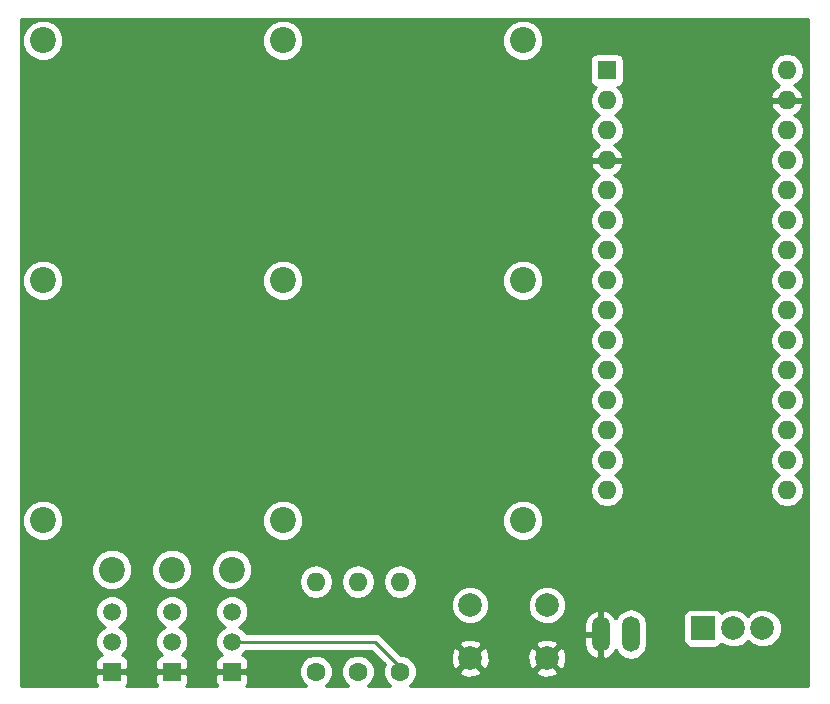
<source format=gbr>
G04 #@! TF.FileFunction,Copper,L2,Bot,Signal*
%FSLAX46Y46*%
G04 Gerber Fmt 4.6, Leading zero omitted, Abs format (unit mm)*
G04 Created by KiCad (PCBNEW 4.0.7) date 01/30/18 23:23:01*
%MOMM*%
%LPD*%
G01*
G04 APERTURE LIST*
%ADD10C,0.100000*%
%ADD11R,1.600000X1.600000*%
%ADD12O,1.600000X1.600000*%
%ADD13O,1.510000X3.010000*%
%ADD14C,1.520000*%
%ADD15R,1.520000X1.520000*%
%ADD16C,1.600000*%
%ADD17C,2.200000*%
%ADD18R,2.000000X2.000000*%
%ADD19C,2.000000*%
%ADD20C,0.250000*%
%ADD21C,0.254000*%
G04 APERTURE END LIST*
D10*
D11*
X70612000Y-27432000D03*
D12*
X85852000Y-60452000D03*
X70612000Y-29972000D03*
X85852000Y-57912000D03*
X70612000Y-32512000D03*
X85852000Y-55372000D03*
X70612000Y-35052000D03*
X85852000Y-52832000D03*
X70612000Y-37592000D03*
X85852000Y-50292000D03*
X70612000Y-40132000D03*
X85852000Y-47752000D03*
X70612000Y-42672000D03*
X85852000Y-45212000D03*
X70612000Y-45212000D03*
X85852000Y-42672000D03*
X70612000Y-47752000D03*
X85852000Y-40132000D03*
X70612000Y-50292000D03*
X85852000Y-37592000D03*
X70612000Y-52832000D03*
X85852000Y-35052000D03*
X70612000Y-55372000D03*
X85852000Y-32512000D03*
X70612000Y-57912000D03*
X85852000Y-29972000D03*
X70612000Y-60452000D03*
X85852000Y-27432000D03*
X70612000Y-62992000D03*
X85852000Y-62992000D03*
D13*
X72644000Y-75184000D03*
X70104000Y-75184000D03*
D14*
X38862000Y-75819000D03*
X38862000Y-73279000D03*
D15*
X38862000Y-78359000D03*
D14*
X33782000Y-75819000D03*
X33782000Y-73279000D03*
D15*
X33782000Y-78359000D03*
D14*
X28702000Y-75819000D03*
X28702000Y-73279000D03*
D15*
X28702000Y-78359000D03*
D16*
X53086000Y-78359000D03*
D12*
X53086000Y-70739000D03*
D16*
X49530000Y-78359000D03*
D12*
X49530000Y-70739000D03*
D16*
X45974000Y-78359000D03*
D12*
X45974000Y-70739000D03*
D17*
X22860000Y-24892000D03*
X43180000Y-24892000D03*
X63500000Y-24892000D03*
X22860000Y-45212000D03*
X43180000Y-45212000D03*
X63500000Y-45212000D03*
X22860000Y-65532000D03*
X43180000Y-65532000D03*
X63500000Y-65532000D03*
X38862000Y-69723000D03*
X33782000Y-69723000D03*
X28702000Y-69723000D03*
D18*
X78740000Y-74676000D03*
D19*
X81280000Y-74676000D03*
X83780000Y-74676000D03*
X65532000Y-72716000D03*
X65532000Y-77216000D03*
X59032000Y-72716000D03*
X59032000Y-77216000D03*
D20*
X53086000Y-78359000D02*
X53086000Y-77927200D01*
X53086000Y-77927200D02*
X50977800Y-75819000D01*
X50977800Y-75819000D02*
X38862000Y-75819000D01*
D21*
G36*
X87682000Y-79554000D02*
X53920082Y-79554000D01*
X54301824Y-79172923D01*
X54520750Y-78645691D01*
X54520991Y-78368532D01*
X58059073Y-78368532D01*
X58157736Y-78635387D01*
X58767461Y-78861908D01*
X59417460Y-78837856D01*
X59906264Y-78635387D01*
X60004927Y-78368532D01*
X64559073Y-78368532D01*
X64657736Y-78635387D01*
X65267461Y-78861908D01*
X65917460Y-78837856D01*
X66406264Y-78635387D01*
X66504927Y-78368532D01*
X65532000Y-77395605D01*
X64559073Y-78368532D01*
X60004927Y-78368532D01*
X59032000Y-77395605D01*
X58059073Y-78368532D01*
X54520991Y-78368532D01*
X54521248Y-78074813D01*
X54303243Y-77547200D01*
X53899923Y-77143176D01*
X53438223Y-76951461D01*
X57386092Y-76951461D01*
X57410144Y-77601460D01*
X57612613Y-78090264D01*
X57879468Y-78188927D01*
X58852395Y-77216000D01*
X59211605Y-77216000D01*
X60184532Y-78188927D01*
X60451387Y-78090264D01*
X60677908Y-77480539D01*
X60658331Y-76951461D01*
X63886092Y-76951461D01*
X63910144Y-77601460D01*
X64112613Y-78090264D01*
X64379468Y-78188927D01*
X65352395Y-77216000D01*
X65711605Y-77216000D01*
X66684532Y-78188927D01*
X66951387Y-78090264D01*
X67177908Y-77480539D01*
X67153856Y-76830540D01*
X66951387Y-76341736D01*
X66684532Y-76243073D01*
X65711605Y-77216000D01*
X65352395Y-77216000D01*
X64379468Y-76243073D01*
X64112613Y-76341736D01*
X63886092Y-76951461D01*
X60658331Y-76951461D01*
X60653856Y-76830540D01*
X60451387Y-76341736D01*
X60184532Y-76243073D01*
X59211605Y-77216000D01*
X58852395Y-77216000D01*
X57879468Y-76243073D01*
X57612613Y-76341736D01*
X57386092Y-76951461D01*
X53438223Y-76951461D01*
X53372691Y-76924250D01*
X53157664Y-76924062D01*
X52297070Y-76063468D01*
X58059073Y-76063468D01*
X59032000Y-77036395D01*
X60004927Y-76063468D01*
X64559073Y-76063468D01*
X65532000Y-77036395D01*
X66504927Y-76063468D01*
X66406264Y-75796613D01*
X65796539Y-75570092D01*
X65146540Y-75594144D01*
X64657736Y-75796613D01*
X64559073Y-76063468D01*
X60004927Y-76063468D01*
X59906264Y-75796613D01*
X59296539Y-75570092D01*
X58646540Y-75594144D01*
X58157736Y-75796613D01*
X58059073Y-76063468D01*
X52297070Y-76063468D01*
X51544602Y-75311000D01*
X68714000Y-75311000D01*
X68714000Y-76061000D01*
X68868408Y-76583263D01*
X69210924Y-77006681D01*
X69689403Y-77266793D01*
X69762029Y-77281277D01*
X69977000Y-77158683D01*
X69977000Y-75311000D01*
X68714000Y-75311000D01*
X51544602Y-75311000D01*
X51515201Y-75281599D01*
X51268639Y-75116852D01*
X50977800Y-75059000D01*
X40057367Y-75059000D01*
X40045313Y-75029828D01*
X39653236Y-74637066D01*
X39441262Y-74549046D01*
X39651172Y-74462313D01*
X40043934Y-74070236D01*
X40256758Y-73557700D01*
X40257209Y-73039795D01*
X57396716Y-73039795D01*
X57645106Y-73640943D01*
X58104637Y-74101278D01*
X58705352Y-74350716D01*
X59355795Y-74351284D01*
X59956943Y-74102894D01*
X60417278Y-73643363D01*
X60666716Y-73042648D01*
X60666718Y-73039795D01*
X63896716Y-73039795D01*
X64145106Y-73640943D01*
X64604637Y-74101278D01*
X65205352Y-74350716D01*
X65855795Y-74351284D01*
X65962970Y-74307000D01*
X68714000Y-74307000D01*
X68714000Y-75057000D01*
X69977000Y-75057000D01*
X69977000Y-73209317D01*
X70231000Y-73209317D01*
X70231000Y-75057000D01*
X70251000Y-75057000D01*
X70251000Y-75311000D01*
X70231000Y-75311000D01*
X70231000Y-77158683D01*
X70445971Y-77281277D01*
X70518597Y-77266793D01*
X70997076Y-77006681D01*
X71339592Y-76583263D01*
X71361249Y-76510013D01*
X71661122Y-76958803D01*
X72112070Y-77260118D01*
X72644000Y-77365925D01*
X73175930Y-77260118D01*
X73626878Y-76958803D01*
X73928193Y-76507855D01*
X74034000Y-75975925D01*
X74034000Y-74392075D01*
X73928193Y-73860145D01*
X73805151Y-73676000D01*
X77092560Y-73676000D01*
X77092560Y-75676000D01*
X77136838Y-75911317D01*
X77275910Y-76127441D01*
X77488110Y-76272431D01*
X77740000Y-76323440D01*
X79740000Y-76323440D01*
X79975317Y-76279162D01*
X80191441Y-76140090D01*
X80288910Y-75997439D01*
X80352637Y-76061278D01*
X80953352Y-76310716D01*
X81603795Y-76311284D01*
X82204943Y-76062894D01*
X82530164Y-75738241D01*
X82852637Y-76061278D01*
X83453352Y-76310716D01*
X84103795Y-76311284D01*
X84704943Y-76062894D01*
X85165278Y-75603363D01*
X85414716Y-75002648D01*
X85415284Y-74352205D01*
X85166894Y-73751057D01*
X84707363Y-73290722D01*
X84106648Y-73041284D01*
X83456205Y-73040716D01*
X82855057Y-73289106D01*
X82529836Y-73613759D01*
X82207363Y-73290722D01*
X81606648Y-73041284D01*
X80956205Y-73040716D01*
X80355057Y-73289106D01*
X80288426Y-73355621D01*
X80204090Y-73224559D01*
X79991890Y-73079569D01*
X79740000Y-73028560D01*
X77740000Y-73028560D01*
X77504683Y-73072838D01*
X77288559Y-73211910D01*
X77143569Y-73424110D01*
X77092560Y-73676000D01*
X73805151Y-73676000D01*
X73626878Y-73409197D01*
X73175930Y-73107882D01*
X72644000Y-73002075D01*
X72112070Y-73107882D01*
X71661122Y-73409197D01*
X71361249Y-73857987D01*
X71339592Y-73784737D01*
X70997076Y-73361319D01*
X70518597Y-73101207D01*
X70445971Y-73086723D01*
X70231000Y-73209317D01*
X69977000Y-73209317D01*
X69762029Y-73086723D01*
X69689403Y-73101207D01*
X69210924Y-73361319D01*
X68868408Y-73784737D01*
X68714000Y-74307000D01*
X65962970Y-74307000D01*
X66456943Y-74102894D01*
X66917278Y-73643363D01*
X67166716Y-73042648D01*
X67167284Y-72392205D01*
X66918894Y-71791057D01*
X66459363Y-71330722D01*
X65858648Y-71081284D01*
X65208205Y-71080716D01*
X64607057Y-71329106D01*
X64146722Y-71788637D01*
X63897284Y-72389352D01*
X63896716Y-73039795D01*
X60666718Y-73039795D01*
X60667284Y-72392205D01*
X60418894Y-71791057D01*
X59959363Y-71330722D01*
X59358648Y-71081284D01*
X58708205Y-71080716D01*
X58107057Y-71329106D01*
X57646722Y-71788637D01*
X57397284Y-72389352D01*
X57396716Y-73039795D01*
X40257209Y-73039795D01*
X40257242Y-73002735D01*
X40045313Y-72489828D01*
X39653236Y-72097066D01*
X39140700Y-71884242D01*
X38585735Y-71883758D01*
X38072828Y-72095687D01*
X37680066Y-72487764D01*
X37467242Y-73000300D01*
X37466758Y-73555265D01*
X37678687Y-74068172D01*
X38070764Y-74460934D01*
X38282738Y-74548954D01*
X38072828Y-74635687D01*
X37680066Y-75027764D01*
X37467242Y-75540300D01*
X37466758Y-76095265D01*
X37678687Y-76608172D01*
X38033894Y-76964000D01*
X37975691Y-76964000D01*
X37742302Y-77060673D01*
X37563673Y-77239301D01*
X37467000Y-77472690D01*
X37467000Y-78073250D01*
X37625750Y-78232000D01*
X38735000Y-78232000D01*
X38735000Y-78212000D01*
X38989000Y-78212000D01*
X38989000Y-78232000D01*
X40098250Y-78232000D01*
X40257000Y-78073250D01*
X40257000Y-77472690D01*
X40160327Y-77239301D01*
X39981698Y-77060673D01*
X39748309Y-76964000D01*
X39689552Y-76964000D01*
X40043934Y-76610236D01*
X40056904Y-76579000D01*
X50662998Y-76579000D01*
X51799436Y-77715438D01*
X51651250Y-78072309D01*
X51650752Y-78643187D01*
X51868757Y-79170800D01*
X52251289Y-79554000D01*
X50364082Y-79554000D01*
X50745824Y-79172923D01*
X50964750Y-78645691D01*
X50965248Y-78074813D01*
X50747243Y-77547200D01*
X50343923Y-77143176D01*
X49816691Y-76924250D01*
X49245813Y-76923752D01*
X48718200Y-77141757D01*
X48314176Y-77545077D01*
X48095250Y-78072309D01*
X48094752Y-78643187D01*
X48312757Y-79170800D01*
X48695289Y-79554000D01*
X46808082Y-79554000D01*
X47189824Y-79172923D01*
X47408750Y-78645691D01*
X47409248Y-78074813D01*
X47191243Y-77547200D01*
X46787923Y-77143176D01*
X46260691Y-76924250D01*
X45689813Y-76923752D01*
X45162200Y-77141757D01*
X44758176Y-77545077D01*
X44539250Y-78072309D01*
X44538752Y-78643187D01*
X44756757Y-79170800D01*
X45139289Y-79554000D01*
X40085026Y-79554000D01*
X40160327Y-79478699D01*
X40257000Y-79245310D01*
X40257000Y-78644750D01*
X40098250Y-78486000D01*
X38989000Y-78486000D01*
X38989000Y-78506000D01*
X38735000Y-78506000D01*
X38735000Y-78486000D01*
X37625750Y-78486000D01*
X37467000Y-78644750D01*
X37467000Y-79245310D01*
X37563673Y-79478699D01*
X37638974Y-79554000D01*
X35005026Y-79554000D01*
X35080327Y-79478699D01*
X35177000Y-79245310D01*
X35177000Y-78644750D01*
X35018250Y-78486000D01*
X33909000Y-78486000D01*
X33909000Y-78506000D01*
X33655000Y-78506000D01*
X33655000Y-78486000D01*
X32545750Y-78486000D01*
X32387000Y-78644750D01*
X32387000Y-79245310D01*
X32483673Y-79478699D01*
X32558974Y-79554000D01*
X29925026Y-79554000D01*
X30000327Y-79478699D01*
X30097000Y-79245310D01*
X30097000Y-78644750D01*
X29938250Y-78486000D01*
X28829000Y-78486000D01*
X28829000Y-78506000D01*
X28575000Y-78506000D01*
X28575000Y-78486000D01*
X27465750Y-78486000D01*
X27307000Y-78644750D01*
X27307000Y-79245310D01*
X27403673Y-79478699D01*
X27478974Y-79554000D01*
X21030000Y-79554000D01*
X21030000Y-73555265D01*
X27306758Y-73555265D01*
X27518687Y-74068172D01*
X27910764Y-74460934D01*
X28122738Y-74548954D01*
X27912828Y-74635687D01*
X27520066Y-75027764D01*
X27307242Y-75540300D01*
X27306758Y-76095265D01*
X27518687Y-76608172D01*
X27873894Y-76964000D01*
X27815691Y-76964000D01*
X27582302Y-77060673D01*
X27403673Y-77239301D01*
X27307000Y-77472690D01*
X27307000Y-78073250D01*
X27465750Y-78232000D01*
X28575000Y-78232000D01*
X28575000Y-78212000D01*
X28829000Y-78212000D01*
X28829000Y-78232000D01*
X29938250Y-78232000D01*
X30097000Y-78073250D01*
X30097000Y-77472690D01*
X30000327Y-77239301D01*
X29821698Y-77060673D01*
X29588309Y-76964000D01*
X29529552Y-76964000D01*
X29883934Y-76610236D01*
X30096758Y-76097700D01*
X30097242Y-75542735D01*
X29885313Y-75029828D01*
X29493236Y-74637066D01*
X29281262Y-74549046D01*
X29491172Y-74462313D01*
X29883934Y-74070236D01*
X30096758Y-73557700D01*
X30096760Y-73555265D01*
X32386758Y-73555265D01*
X32598687Y-74068172D01*
X32990764Y-74460934D01*
X33202738Y-74548954D01*
X32992828Y-74635687D01*
X32600066Y-75027764D01*
X32387242Y-75540300D01*
X32386758Y-76095265D01*
X32598687Y-76608172D01*
X32953894Y-76964000D01*
X32895691Y-76964000D01*
X32662302Y-77060673D01*
X32483673Y-77239301D01*
X32387000Y-77472690D01*
X32387000Y-78073250D01*
X32545750Y-78232000D01*
X33655000Y-78232000D01*
X33655000Y-78212000D01*
X33909000Y-78212000D01*
X33909000Y-78232000D01*
X35018250Y-78232000D01*
X35177000Y-78073250D01*
X35177000Y-77472690D01*
X35080327Y-77239301D01*
X34901698Y-77060673D01*
X34668309Y-76964000D01*
X34609552Y-76964000D01*
X34963934Y-76610236D01*
X35176758Y-76097700D01*
X35177242Y-75542735D01*
X34965313Y-75029828D01*
X34573236Y-74637066D01*
X34361262Y-74549046D01*
X34571172Y-74462313D01*
X34963934Y-74070236D01*
X35176758Y-73557700D01*
X35177242Y-73002735D01*
X34965313Y-72489828D01*
X34573236Y-72097066D01*
X34060700Y-71884242D01*
X33505735Y-71883758D01*
X32992828Y-72095687D01*
X32600066Y-72487764D01*
X32387242Y-73000300D01*
X32386758Y-73555265D01*
X30096760Y-73555265D01*
X30097242Y-73002735D01*
X29885313Y-72489828D01*
X29493236Y-72097066D01*
X28980700Y-71884242D01*
X28425735Y-71883758D01*
X27912828Y-72095687D01*
X27520066Y-72487764D01*
X27307242Y-73000300D01*
X27306758Y-73555265D01*
X21030000Y-73555265D01*
X21030000Y-70066599D01*
X26966699Y-70066599D01*
X27230281Y-70704515D01*
X27717918Y-71193004D01*
X28355373Y-71457699D01*
X29045599Y-71458301D01*
X29683515Y-71194719D01*
X30172004Y-70707082D01*
X30436699Y-70069627D01*
X30436701Y-70066599D01*
X32046699Y-70066599D01*
X32310281Y-70704515D01*
X32797918Y-71193004D01*
X33435373Y-71457699D01*
X34125599Y-71458301D01*
X34763515Y-71194719D01*
X35252004Y-70707082D01*
X35516699Y-70069627D01*
X35516701Y-70066599D01*
X37126699Y-70066599D01*
X37390281Y-70704515D01*
X37877918Y-71193004D01*
X38515373Y-71457699D01*
X39205599Y-71458301D01*
X39843515Y-71194719D01*
X40328192Y-70710887D01*
X44539000Y-70710887D01*
X44539000Y-70767113D01*
X44648233Y-71316264D01*
X44959302Y-71781811D01*
X45424849Y-72092880D01*
X45974000Y-72202113D01*
X46523151Y-72092880D01*
X46988698Y-71781811D01*
X47299767Y-71316264D01*
X47409000Y-70767113D01*
X47409000Y-70710887D01*
X48095000Y-70710887D01*
X48095000Y-70767113D01*
X48204233Y-71316264D01*
X48515302Y-71781811D01*
X48980849Y-72092880D01*
X49530000Y-72202113D01*
X50079151Y-72092880D01*
X50544698Y-71781811D01*
X50855767Y-71316264D01*
X50965000Y-70767113D01*
X50965000Y-70710887D01*
X51651000Y-70710887D01*
X51651000Y-70767113D01*
X51760233Y-71316264D01*
X52071302Y-71781811D01*
X52536849Y-72092880D01*
X53086000Y-72202113D01*
X53635151Y-72092880D01*
X54100698Y-71781811D01*
X54411767Y-71316264D01*
X54521000Y-70767113D01*
X54521000Y-70710887D01*
X54411767Y-70161736D01*
X54100698Y-69696189D01*
X53635151Y-69385120D01*
X53086000Y-69275887D01*
X52536849Y-69385120D01*
X52071302Y-69696189D01*
X51760233Y-70161736D01*
X51651000Y-70710887D01*
X50965000Y-70710887D01*
X50855767Y-70161736D01*
X50544698Y-69696189D01*
X50079151Y-69385120D01*
X49530000Y-69275887D01*
X48980849Y-69385120D01*
X48515302Y-69696189D01*
X48204233Y-70161736D01*
X48095000Y-70710887D01*
X47409000Y-70710887D01*
X47299767Y-70161736D01*
X46988698Y-69696189D01*
X46523151Y-69385120D01*
X45974000Y-69275887D01*
X45424849Y-69385120D01*
X44959302Y-69696189D01*
X44648233Y-70161736D01*
X44539000Y-70710887D01*
X40328192Y-70710887D01*
X40332004Y-70707082D01*
X40596699Y-70069627D01*
X40597301Y-69379401D01*
X40333719Y-68741485D01*
X39846082Y-68252996D01*
X39208627Y-67988301D01*
X38518401Y-67987699D01*
X37880485Y-68251281D01*
X37391996Y-68738918D01*
X37127301Y-69376373D01*
X37126699Y-70066599D01*
X35516701Y-70066599D01*
X35517301Y-69379401D01*
X35253719Y-68741485D01*
X34766082Y-68252996D01*
X34128627Y-67988301D01*
X33438401Y-67987699D01*
X32800485Y-68251281D01*
X32311996Y-68738918D01*
X32047301Y-69376373D01*
X32046699Y-70066599D01*
X30436701Y-70066599D01*
X30437301Y-69379401D01*
X30173719Y-68741485D01*
X29686082Y-68252996D01*
X29048627Y-67988301D01*
X28358401Y-67987699D01*
X27720485Y-68251281D01*
X27231996Y-68738918D01*
X26967301Y-69376373D01*
X26966699Y-70066599D01*
X21030000Y-70066599D01*
X21030000Y-65875599D01*
X21124699Y-65875599D01*
X21388281Y-66513515D01*
X21875918Y-67002004D01*
X22513373Y-67266699D01*
X23203599Y-67267301D01*
X23841515Y-67003719D01*
X24330004Y-66516082D01*
X24594699Y-65878627D01*
X24594701Y-65875599D01*
X41444699Y-65875599D01*
X41708281Y-66513515D01*
X42195918Y-67002004D01*
X42833373Y-67266699D01*
X43523599Y-67267301D01*
X44161515Y-67003719D01*
X44650004Y-66516082D01*
X44914699Y-65878627D01*
X44914701Y-65875599D01*
X61764699Y-65875599D01*
X62028281Y-66513515D01*
X62515918Y-67002004D01*
X63153373Y-67266699D01*
X63843599Y-67267301D01*
X64481515Y-67003719D01*
X64970004Y-66516082D01*
X65234699Y-65878627D01*
X65235301Y-65188401D01*
X64971719Y-64550485D01*
X64484082Y-64061996D01*
X63846627Y-63797301D01*
X63156401Y-63796699D01*
X62518485Y-64060281D01*
X62029996Y-64547918D01*
X61765301Y-65185373D01*
X61764699Y-65875599D01*
X44914701Y-65875599D01*
X44915301Y-65188401D01*
X44651719Y-64550485D01*
X44164082Y-64061996D01*
X43526627Y-63797301D01*
X42836401Y-63796699D01*
X42198485Y-64060281D01*
X41709996Y-64547918D01*
X41445301Y-65185373D01*
X41444699Y-65875599D01*
X24594701Y-65875599D01*
X24595301Y-65188401D01*
X24331719Y-64550485D01*
X23844082Y-64061996D01*
X23206627Y-63797301D01*
X22516401Y-63796699D01*
X21878485Y-64060281D01*
X21389996Y-64547918D01*
X21125301Y-65185373D01*
X21124699Y-65875599D01*
X21030000Y-65875599D01*
X21030000Y-45555599D01*
X21124699Y-45555599D01*
X21388281Y-46193515D01*
X21875918Y-46682004D01*
X22513373Y-46946699D01*
X23203599Y-46947301D01*
X23841515Y-46683719D01*
X24330004Y-46196082D01*
X24594699Y-45558627D01*
X24594701Y-45555599D01*
X41444699Y-45555599D01*
X41708281Y-46193515D01*
X42195918Y-46682004D01*
X42833373Y-46946699D01*
X43523599Y-46947301D01*
X44161515Y-46683719D01*
X44650004Y-46196082D01*
X44914699Y-45558627D01*
X44914701Y-45555599D01*
X61764699Y-45555599D01*
X62028281Y-46193515D01*
X62515918Y-46682004D01*
X63153373Y-46946699D01*
X63843599Y-46947301D01*
X64481515Y-46683719D01*
X64970004Y-46196082D01*
X65234699Y-45558627D01*
X65235301Y-44868401D01*
X64971719Y-44230485D01*
X64484082Y-43741996D01*
X63846627Y-43477301D01*
X63156401Y-43476699D01*
X62518485Y-43740281D01*
X62029996Y-44227918D01*
X61765301Y-44865373D01*
X61764699Y-45555599D01*
X44914701Y-45555599D01*
X44915301Y-44868401D01*
X44651719Y-44230485D01*
X44164082Y-43741996D01*
X43526627Y-43477301D01*
X42836401Y-43476699D01*
X42198485Y-43740281D01*
X41709996Y-44227918D01*
X41445301Y-44865373D01*
X41444699Y-45555599D01*
X24594701Y-45555599D01*
X24595301Y-44868401D01*
X24331719Y-44230485D01*
X23844082Y-43741996D01*
X23206627Y-43477301D01*
X22516401Y-43476699D01*
X21878485Y-43740281D01*
X21389996Y-44227918D01*
X21125301Y-44865373D01*
X21124699Y-45555599D01*
X21030000Y-45555599D01*
X21030000Y-37592000D01*
X69148887Y-37592000D01*
X69258120Y-38141151D01*
X69569189Y-38606698D01*
X69951275Y-38862000D01*
X69569189Y-39117302D01*
X69258120Y-39582849D01*
X69148887Y-40132000D01*
X69258120Y-40681151D01*
X69569189Y-41146698D01*
X69951275Y-41402000D01*
X69569189Y-41657302D01*
X69258120Y-42122849D01*
X69148887Y-42672000D01*
X69258120Y-43221151D01*
X69569189Y-43686698D01*
X69951275Y-43942000D01*
X69569189Y-44197302D01*
X69258120Y-44662849D01*
X69148887Y-45212000D01*
X69258120Y-45761151D01*
X69569189Y-46226698D01*
X69951275Y-46482000D01*
X69569189Y-46737302D01*
X69258120Y-47202849D01*
X69148887Y-47752000D01*
X69258120Y-48301151D01*
X69569189Y-48766698D01*
X69951275Y-49022000D01*
X69569189Y-49277302D01*
X69258120Y-49742849D01*
X69148887Y-50292000D01*
X69258120Y-50841151D01*
X69569189Y-51306698D01*
X69951275Y-51562000D01*
X69569189Y-51817302D01*
X69258120Y-52282849D01*
X69148887Y-52832000D01*
X69258120Y-53381151D01*
X69569189Y-53846698D01*
X69951275Y-54102000D01*
X69569189Y-54357302D01*
X69258120Y-54822849D01*
X69148887Y-55372000D01*
X69258120Y-55921151D01*
X69569189Y-56386698D01*
X69951275Y-56642000D01*
X69569189Y-56897302D01*
X69258120Y-57362849D01*
X69148887Y-57912000D01*
X69258120Y-58461151D01*
X69569189Y-58926698D01*
X69951275Y-59182000D01*
X69569189Y-59437302D01*
X69258120Y-59902849D01*
X69148887Y-60452000D01*
X69258120Y-61001151D01*
X69569189Y-61466698D01*
X69951275Y-61722000D01*
X69569189Y-61977302D01*
X69258120Y-62442849D01*
X69148887Y-62992000D01*
X69258120Y-63541151D01*
X69569189Y-64006698D01*
X70034736Y-64317767D01*
X70583887Y-64427000D01*
X70640113Y-64427000D01*
X71189264Y-64317767D01*
X71654811Y-64006698D01*
X71965880Y-63541151D01*
X72075113Y-62992000D01*
X71965880Y-62442849D01*
X71654811Y-61977302D01*
X71272725Y-61722000D01*
X71654811Y-61466698D01*
X71965880Y-61001151D01*
X72075113Y-60452000D01*
X71965880Y-59902849D01*
X71654811Y-59437302D01*
X71272725Y-59182000D01*
X71654811Y-58926698D01*
X71965880Y-58461151D01*
X72075113Y-57912000D01*
X71965880Y-57362849D01*
X71654811Y-56897302D01*
X71272725Y-56642000D01*
X71654811Y-56386698D01*
X71965880Y-55921151D01*
X72075113Y-55372000D01*
X71965880Y-54822849D01*
X71654811Y-54357302D01*
X71272725Y-54102000D01*
X71654811Y-53846698D01*
X71965880Y-53381151D01*
X72075113Y-52832000D01*
X71965880Y-52282849D01*
X71654811Y-51817302D01*
X71272725Y-51562000D01*
X71654811Y-51306698D01*
X71965880Y-50841151D01*
X72075113Y-50292000D01*
X71965880Y-49742849D01*
X71654811Y-49277302D01*
X71272725Y-49022000D01*
X71654811Y-48766698D01*
X71965880Y-48301151D01*
X72075113Y-47752000D01*
X71965880Y-47202849D01*
X71654811Y-46737302D01*
X71272725Y-46482000D01*
X71654811Y-46226698D01*
X71965880Y-45761151D01*
X72075113Y-45212000D01*
X71965880Y-44662849D01*
X71654811Y-44197302D01*
X71272725Y-43942000D01*
X71654811Y-43686698D01*
X71965880Y-43221151D01*
X72075113Y-42672000D01*
X71965880Y-42122849D01*
X71654811Y-41657302D01*
X71272725Y-41402000D01*
X71654811Y-41146698D01*
X71965880Y-40681151D01*
X72075113Y-40132000D01*
X71965880Y-39582849D01*
X71654811Y-39117302D01*
X71272725Y-38862000D01*
X71654811Y-38606698D01*
X71965880Y-38141151D01*
X72075113Y-37592000D01*
X71965880Y-37042849D01*
X71654811Y-36577302D01*
X71250297Y-36307014D01*
X71467134Y-36204389D01*
X71843041Y-35789423D01*
X72003904Y-35401039D01*
X71881915Y-35179000D01*
X70739000Y-35179000D01*
X70739000Y-35199000D01*
X70485000Y-35199000D01*
X70485000Y-35179000D01*
X69342085Y-35179000D01*
X69220096Y-35401039D01*
X69380959Y-35789423D01*
X69756866Y-36204389D01*
X69973703Y-36307014D01*
X69569189Y-36577302D01*
X69258120Y-37042849D01*
X69148887Y-37592000D01*
X21030000Y-37592000D01*
X21030000Y-29972000D01*
X69148887Y-29972000D01*
X69258120Y-30521151D01*
X69569189Y-30986698D01*
X69951275Y-31242000D01*
X69569189Y-31497302D01*
X69258120Y-31962849D01*
X69148887Y-32512000D01*
X69258120Y-33061151D01*
X69569189Y-33526698D01*
X69973703Y-33796986D01*
X69756866Y-33899611D01*
X69380959Y-34314577D01*
X69220096Y-34702961D01*
X69342085Y-34925000D01*
X70485000Y-34925000D01*
X70485000Y-34905000D01*
X70739000Y-34905000D01*
X70739000Y-34925000D01*
X71881915Y-34925000D01*
X72003904Y-34702961D01*
X71843041Y-34314577D01*
X71467134Y-33899611D01*
X71250297Y-33796986D01*
X71654811Y-33526698D01*
X71965880Y-33061151D01*
X72075113Y-32512000D01*
X84388887Y-32512000D01*
X84498120Y-33061151D01*
X84809189Y-33526698D01*
X85191275Y-33782000D01*
X84809189Y-34037302D01*
X84498120Y-34502849D01*
X84388887Y-35052000D01*
X84498120Y-35601151D01*
X84809189Y-36066698D01*
X85191275Y-36322000D01*
X84809189Y-36577302D01*
X84498120Y-37042849D01*
X84388887Y-37592000D01*
X84498120Y-38141151D01*
X84809189Y-38606698D01*
X85191275Y-38862000D01*
X84809189Y-39117302D01*
X84498120Y-39582849D01*
X84388887Y-40132000D01*
X84498120Y-40681151D01*
X84809189Y-41146698D01*
X85191275Y-41402000D01*
X84809189Y-41657302D01*
X84498120Y-42122849D01*
X84388887Y-42672000D01*
X84498120Y-43221151D01*
X84809189Y-43686698D01*
X85191275Y-43942000D01*
X84809189Y-44197302D01*
X84498120Y-44662849D01*
X84388887Y-45212000D01*
X84498120Y-45761151D01*
X84809189Y-46226698D01*
X85191275Y-46482000D01*
X84809189Y-46737302D01*
X84498120Y-47202849D01*
X84388887Y-47752000D01*
X84498120Y-48301151D01*
X84809189Y-48766698D01*
X85191275Y-49022000D01*
X84809189Y-49277302D01*
X84498120Y-49742849D01*
X84388887Y-50292000D01*
X84498120Y-50841151D01*
X84809189Y-51306698D01*
X85191275Y-51562000D01*
X84809189Y-51817302D01*
X84498120Y-52282849D01*
X84388887Y-52832000D01*
X84498120Y-53381151D01*
X84809189Y-53846698D01*
X85191275Y-54102000D01*
X84809189Y-54357302D01*
X84498120Y-54822849D01*
X84388887Y-55372000D01*
X84498120Y-55921151D01*
X84809189Y-56386698D01*
X85191275Y-56642000D01*
X84809189Y-56897302D01*
X84498120Y-57362849D01*
X84388887Y-57912000D01*
X84498120Y-58461151D01*
X84809189Y-58926698D01*
X85191275Y-59182000D01*
X84809189Y-59437302D01*
X84498120Y-59902849D01*
X84388887Y-60452000D01*
X84498120Y-61001151D01*
X84809189Y-61466698D01*
X85191275Y-61722000D01*
X84809189Y-61977302D01*
X84498120Y-62442849D01*
X84388887Y-62992000D01*
X84498120Y-63541151D01*
X84809189Y-64006698D01*
X85274736Y-64317767D01*
X85823887Y-64427000D01*
X85880113Y-64427000D01*
X86429264Y-64317767D01*
X86894811Y-64006698D01*
X87205880Y-63541151D01*
X87315113Y-62992000D01*
X87205880Y-62442849D01*
X86894811Y-61977302D01*
X86512725Y-61722000D01*
X86894811Y-61466698D01*
X87205880Y-61001151D01*
X87315113Y-60452000D01*
X87205880Y-59902849D01*
X86894811Y-59437302D01*
X86512725Y-59182000D01*
X86894811Y-58926698D01*
X87205880Y-58461151D01*
X87315113Y-57912000D01*
X87205880Y-57362849D01*
X86894811Y-56897302D01*
X86512725Y-56642000D01*
X86894811Y-56386698D01*
X87205880Y-55921151D01*
X87315113Y-55372000D01*
X87205880Y-54822849D01*
X86894811Y-54357302D01*
X86512725Y-54102000D01*
X86894811Y-53846698D01*
X87205880Y-53381151D01*
X87315113Y-52832000D01*
X87205880Y-52282849D01*
X86894811Y-51817302D01*
X86512725Y-51562000D01*
X86894811Y-51306698D01*
X87205880Y-50841151D01*
X87315113Y-50292000D01*
X87205880Y-49742849D01*
X86894811Y-49277302D01*
X86512725Y-49022000D01*
X86894811Y-48766698D01*
X87205880Y-48301151D01*
X87315113Y-47752000D01*
X87205880Y-47202849D01*
X86894811Y-46737302D01*
X86512725Y-46482000D01*
X86894811Y-46226698D01*
X87205880Y-45761151D01*
X87315113Y-45212000D01*
X87205880Y-44662849D01*
X86894811Y-44197302D01*
X86512725Y-43942000D01*
X86894811Y-43686698D01*
X87205880Y-43221151D01*
X87315113Y-42672000D01*
X87205880Y-42122849D01*
X86894811Y-41657302D01*
X86512725Y-41402000D01*
X86894811Y-41146698D01*
X87205880Y-40681151D01*
X87315113Y-40132000D01*
X87205880Y-39582849D01*
X86894811Y-39117302D01*
X86512725Y-38862000D01*
X86894811Y-38606698D01*
X87205880Y-38141151D01*
X87315113Y-37592000D01*
X87205880Y-37042849D01*
X86894811Y-36577302D01*
X86512725Y-36322000D01*
X86894811Y-36066698D01*
X87205880Y-35601151D01*
X87315113Y-35052000D01*
X87205880Y-34502849D01*
X86894811Y-34037302D01*
X86512725Y-33782000D01*
X86894811Y-33526698D01*
X87205880Y-33061151D01*
X87315113Y-32512000D01*
X87205880Y-31962849D01*
X86894811Y-31497302D01*
X86490297Y-31227014D01*
X86707134Y-31124389D01*
X87083041Y-30709423D01*
X87243904Y-30321039D01*
X87121915Y-30099000D01*
X85979000Y-30099000D01*
X85979000Y-30119000D01*
X85725000Y-30119000D01*
X85725000Y-30099000D01*
X84582085Y-30099000D01*
X84460096Y-30321039D01*
X84620959Y-30709423D01*
X84996866Y-31124389D01*
X85213703Y-31227014D01*
X84809189Y-31497302D01*
X84498120Y-31962849D01*
X84388887Y-32512000D01*
X72075113Y-32512000D01*
X71965880Y-31962849D01*
X71654811Y-31497302D01*
X71272725Y-31242000D01*
X71654811Y-30986698D01*
X71965880Y-30521151D01*
X72075113Y-29972000D01*
X71965880Y-29422849D01*
X71654811Y-28957302D01*
X71510535Y-28860899D01*
X71647317Y-28835162D01*
X71863441Y-28696090D01*
X72008431Y-28483890D01*
X72059440Y-28232000D01*
X72059440Y-27432000D01*
X84388887Y-27432000D01*
X84498120Y-27981151D01*
X84809189Y-28446698D01*
X85213703Y-28716986D01*
X84996866Y-28819611D01*
X84620959Y-29234577D01*
X84460096Y-29622961D01*
X84582085Y-29845000D01*
X85725000Y-29845000D01*
X85725000Y-29825000D01*
X85979000Y-29825000D01*
X85979000Y-29845000D01*
X87121915Y-29845000D01*
X87243904Y-29622961D01*
X87083041Y-29234577D01*
X86707134Y-28819611D01*
X86490297Y-28716986D01*
X86894811Y-28446698D01*
X87205880Y-27981151D01*
X87315113Y-27432000D01*
X87205880Y-26882849D01*
X86894811Y-26417302D01*
X86429264Y-26106233D01*
X85880113Y-25997000D01*
X85823887Y-25997000D01*
X85274736Y-26106233D01*
X84809189Y-26417302D01*
X84498120Y-26882849D01*
X84388887Y-27432000D01*
X72059440Y-27432000D01*
X72059440Y-26632000D01*
X72015162Y-26396683D01*
X71876090Y-26180559D01*
X71663890Y-26035569D01*
X71412000Y-25984560D01*
X69812000Y-25984560D01*
X69576683Y-26028838D01*
X69360559Y-26167910D01*
X69215569Y-26380110D01*
X69164560Y-26632000D01*
X69164560Y-28232000D01*
X69208838Y-28467317D01*
X69347910Y-28683441D01*
X69560110Y-28828431D01*
X69715089Y-28859815D01*
X69569189Y-28957302D01*
X69258120Y-29422849D01*
X69148887Y-29972000D01*
X21030000Y-29972000D01*
X21030000Y-25235599D01*
X21124699Y-25235599D01*
X21388281Y-25873515D01*
X21875918Y-26362004D01*
X22513373Y-26626699D01*
X23203599Y-26627301D01*
X23841515Y-26363719D01*
X24330004Y-25876082D01*
X24594699Y-25238627D01*
X24594701Y-25235599D01*
X41444699Y-25235599D01*
X41708281Y-25873515D01*
X42195918Y-26362004D01*
X42833373Y-26626699D01*
X43523599Y-26627301D01*
X44161515Y-26363719D01*
X44650004Y-25876082D01*
X44914699Y-25238627D01*
X44914701Y-25235599D01*
X61764699Y-25235599D01*
X62028281Y-25873515D01*
X62515918Y-26362004D01*
X63153373Y-26626699D01*
X63843599Y-26627301D01*
X64481515Y-26363719D01*
X64970004Y-25876082D01*
X65234699Y-25238627D01*
X65235301Y-24548401D01*
X64971719Y-23910485D01*
X64484082Y-23421996D01*
X63846627Y-23157301D01*
X63156401Y-23156699D01*
X62518485Y-23420281D01*
X62029996Y-23907918D01*
X61765301Y-24545373D01*
X61764699Y-25235599D01*
X44914701Y-25235599D01*
X44915301Y-24548401D01*
X44651719Y-23910485D01*
X44164082Y-23421996D01*
X43526627Y-23157301D01*
X42836401Y-23156699D01*
X42198485Y-23420281D01*
X41709996Y-23907918D01*
X41445301Y-24545373D01*
X41444699Y-25235599D01*
X24594701Y-25235599D01*
X24595301Y-24548401D01*
X24331719Y-23910485D01*
X23844082Y-23421996D01*
X23206627Y-23157301D01*
X22516401Y-23156699D01*
X21878485Y-23420281D01*
X21389996Y-23907918D01*
X21125301Y-24545373D01*
X21124699Y-25235599D01*
X21030000Y-25235599D01*
X21030000Y-23062000D01*
X87682000Y-23062000D01*
X87682000Y-79554000D01*
X87682000Y-79554000D01*
G37*
X87682000Y-79554000D02*
X53920082Y-79554000D01*
X54301824Y-79172923D01*
X54520750Y-78645691D01*
X54520991Y-78368532D01*
X58059073Y-78368532D01*
X58157736Y-78635387D01*
X58767461Y-78861908D01*
X59417460Y-78837856D01*
X59906264Y-78635387D01*
X60004927Y-78368532D01*
X64559073Y-78368532D01*
X64657736Y-78635387D01*
X65267461Y-78861908D01*
X65917460Y-78837856D01*
X66406264Y-78635387D01*
X66504927Y-78368532D01*
X65532000Y-77395605D01*
X64559073Y-78368532D01*
X60004927Y-78368532D01*
X59032000Y-77395605D01*
X58059073Y-78368532D01*
X54520991Y-78368532D01*
X54521248Y-78074813D01*
X54303243Y-77547200D01*
X53899923Y-77143176D01*
X53438223Y-76951461D01*
X57386092Y-76951461D01*
X57410144Y-77601460D01*
X57612613Y-78090264D01*
X57879468Y-78188927D01*
X58852395Y-77216000D01*
X59211605Y-77216000D01*
X60184532Y-78188927D01*
X60451387Y-78090264D01*
X60677908Y-77480539D01*
X60658331Y-76951461D01*
X63886092Y-76951461D01*
X63910144Y-77601460D01*
X64112613Y-78090264D01*
X64379468Y-78188927D01*
X65352395Y-77216000D01*
X65711605Y-77216000D01*
X66684532Y-78188927D01*
X66951387Y-78090264D01*
X67177908Y-77480539D01*
X67153856Y-76830540D01*
X66951387Y-76341736D01*
X66684532Y-76243073D01*
X65711605Y-77216000D01*
X65352395Y-77216000D01*
X64379468Y-76243073D01*
X64112613Y-76341736D01*
X63886092Y-76951461D01*
X60658331Y-76951461D01*
X60653856Y-76830540D01*
X60451387Y-76341736D01*
X60184532Y-76243073D01*
X59211605Y-77216000D01*
X58852395Y-77216000D01*
X57879468Y-76243073D01*
X57612613Y-76341736D01*
X57386092Y-76951461D01*
X53438223Y-76951461D01*
X53372691Y-76924250D01*
X53157664Y-76924062D01*
X52297070Y-76063468D01*
X58059073Y-76063468D01*
X59032000Y-77036395D01*
X60004927Y-76063468D01*
X64559073Y-76063468D01*
X65532000Y-77036395D01*
X66504927Y-76063468D01*
X66406264Y-75796613D01*
X65796539Y-75570092D01*
X65146540Y-75594144D01*
X64657736Y-75796613D01*
X64559073Y-76063468D01*
X60004927Y-76063468D01*
X59906264Y-75796613D01*
X59296539Y-75570092D01*
X58646540Y-75594144D01*
X58157736Y-75796613D01*
X58059073Y-76063468D01*
X52297070Y-76063468D01*
X51544602Y-75311000D01*
X68714000Y-75311000D01*
X68714000Y-76061000D01*
X68868408Y-76583263D01*
X69210924Y-77006681D01*
X69689403Y-77266793D01*
X69762029Y-77281277D01*
X69977000Y-77158683D01*
X69977000Y-75311000D01*
X68714000Y-75311000D01*
X51544602Y-75311000D01*
X51515201Y-75281599D01*
X51268639Y-75116852D01*
X50977800Y-75059000D01*
X40057367Y-75059000D01*
X40045313Y-75029828D01*
X39653236Y-74637066D01*
X39441262Y-74549046D01*
X39651172Y-74462313D01*
X40043934Y-74070236D01*
X40256758Y-73557700D01*
X40257209Y-73039795D01*
X57396716Y-73039795D01*
X57645106Y-73640943D01*
X58104637Y-74101278D01*
X58705352Y-74350716D01*
X59355795Y-74351284D01*
X59956943Y-74102894D01*
X60417278Y-73643363D01*
X60666716Y-73042648D01*
X60666718Y-73039795D01*
X63896716Y-73039795D01*
X64145106Y-73640943D01*
X64604637Y-74101278D01*
X65205352Y-74350716D01*
X65855795Y-74351284D01*
X65962970Y-74307000D01*
X68714000Y-74307000D01*
X68714000Y-75057000D01*
X69977000Y-75057000D01*
X69977000Y-73209317D01*
X70231000Y-73209317D01*
X70231000Y-75057000D01*
X70251000Y-75057000D01*
X70251000Y-75311000D01*
X70231000Y-75311000D01*
X70231000Y-77158683D01*
X70445971Y-77281277D01*
X70518597Y-77266793D01*
X70997076Y-77006681D01*
X71339592Y-76583263D01*
X71361249Y-76510013D01*
X71661122Y-76958803D01*
X72112070Y-77260118D01*
X72644000Y-77365925D01*
X73175930Y-77260118D01*
X73626878Y-76958803D01*
X73928193Y-76507855D01*
X74034000Y-75975925D01*
X74034000Y-74392075D01*
X73928193Y-73860145D01*
X73805151Y-73676000D01*
X77092560Y-73676000D01*
X77092560Y-75676000D01*
X77136838Y-75911317D01*
X77275910Y-76127441D01*
X77488110Y-76272431D01*
X77740000Y-76323440D01*
X79740000Y-76323440D01*
X79975317Y-76279162D01*
X80191441Y-76140090D01*
X80288910Y-75997439D01*
X80352637Y-76061278D01*
X80953352Y-76310716D01*
X81603795Y-76311284D01*
X82204943Y-76062894D01*
X82530164Y-75738241D01*
X82852637Y-76061278D01*
X83453352Y-76310716D01*
X84103795Y-76311284D01*
X84704943Y-76062894D01*
X85165278Y-75603363D01*
X85414716Y-75002648D01*
X85415284Y-74352205D01*
X85166894Y-73751057D01*
X84707363Y-73290722D01*
X84106648Y-73041284D01*
X83456205Y-73040716D01*
X82855057Y-73289106D01*
X82529836Y-73613759D01*
X82207363Y-73290722D01*
X81606648Y-73041284D01*
X80956205Y-73040716D01*
X80355057Y-73289106D01*
X80288426Y-73355621D01*
X80204090Y-73224559D01*
X79991890Y-73079569D01*
X79740000Y-73028560D01*
X77740000Y-73028560D01*
X77504683Y-73072838D01*
X77288559Y-73211910D01*
X77143569Y-73424110D01*
X77092560Y-73676000D01*
X73805151Y-73676000D01*
X73626878Y-73409197D01*
X73175930Y-73107882D01*
X72644000Y-73002075D01*
X72112070Y-73107882D01*
X71661122Y-73409197D01*
X71361249Y-73857987D01*
X71339592Y-73784737D01*
X70997076Y-73361319D01*
X70518597Y-73101207D01*
X70445971Y-73086723D01*
X70231000Y-73209317D01*
X69977000Y-73209317D01*
X69762029Y-73086723D01*
X69689403Y-73101207D01*
X69210924Y-73361319D01*
X68868408Y-73784737D01*
X68714000Y-74307000D01*
X65962970Y-74307000D01*
X66456943Y-74102894D01*
X66917278Y-73643363D01*
X67166716Y-73042648D01*
X67167284Y-72392205D01*
X66918894Y-71791057D01*
X66459363Y-71330722D01*
X65858648Y-71081284D01*
X65208205Y-71080716D01*
X64607057Y-71329106D01*
X64146722Y-71788637D01*
X63897284Y-72389352D01*
X63896716Y-73039795D01*
X60666718Y-73039795D01*
X60667284Y-72392205D01*
X60418894Y-71791057D01*
X59959363Y-71330722D01*
X59358648Y-71081284D01*
X58708205Y-71080716D01*
X58107057Y-71329106D01*
X57646722Y-71788637D01*
X57397284Y-72389352D01*
X57396716Y-73039795D01*
X40257209Y-73039795D01*
X40257242Y-73002735D01*
X40045313Y-72489828D01*
X39653236Y-72097066D01*
X39140700Y-71884242D01*
X38585735Y-71883758D01*
X38072828Y-72095687D01*
X37680066Y-72487764D01*
X37467242Y-73000300D01*
X37466758Y-73555265D01*
X37678687Y-74068172D01*
X38070764Y-74460934D01*
X38282738Y-74548954D01*
X38072828Y-74635687D01*
X37680066Y-75027764D01*
X37467242Y-75540300D01*
X37466758Y-76095265D01*
X37678687Y-76608172D01*
X38033894Y-76964000D01*
X37975691Y-76964000D01*
X37742302Y-77060673D01*
X37563673Y-77239301D01*
X37467000Y-77472690D01*
X37467000Y-78073250D01*
X37625750Y-78232000D01*
X38735000Y-78232000D01*
X38735000Y-78212000D01*
X38989000Y-78212000D01*
X38989000Y-78232000D01*
X40098250Y-78232000D01*
X40257000Y-78073250D01*
X40257000Y-77472690D01*
X40160327Y-77239301D01*
X39981698Y-77060673D01*
X39748309Y-76964000D01*
X39689552Y-76964000D01*
X40043934Y-76610236D01*
X40056904Y-76579000D01*
X50662998Y-76579000D01*
X51799436Y-77715438D01*
X51651250Y-78072309D01*
X51650752Y-78643187D01*
X51868757Y-79170800D01*
X52251289Y-79554000D01*
X50364082Y-79554000D01*
X50745824Y-79172923D01*
X50964750Y-78645691D01*
X50965248Y-78074813D01*
X50747243Y-77547200D01*
X50343923Y-77143176D01*
X49816691Y-76924250D01*
X49245813Y-76923752D01*
X48718200Y-77141757D01*
X48314176Y-77545077D01*
X48095250Y-78072309D01*
X48094752Y-78643187D01*
X48312757Y-79170800D01*
X48695289Y-79554000D01*
X46808082Y-79554000D01*
X47189824Y-79172923D01*
X47408750Y-78645691D01*
X47409248Y-78074813D01*
X47191243Y-77547200D01*
X46787923Y-77143176D01*
X46260691Y-76924250D01*
X45689813Y-76923752D01*
X45162200Y-77141757D01*
X44758176Y-77545077D01*
X44539250Y-78072309D01*
X44538752Y-78643187D01*
X44756757Y-79170800D01*
X45139289Y-79554000D01*
X40085026Y-79554000D01*
X40160327Y-79478699D01*
X40257000Y-79245310D01*
X40257000Y-78644750D01*
X40098250Y-78486000D01*
X38989000Y-78486000D01*
X38989000Y-78506000D01*
X38735000Y-78506000D01*
X38735000Y-78486000D01*
X37625750Y-78486000D01*
X37467000Y-78644750D01*
X37467000Y-79245310D01*
X37563673Y-79478699D01*
X37638974Y-79554000D01*
X35005026Y-79554000D01*
X35080327Y-79478699D01*
X35177000Y-79245310D01*
X35177000Y-78644750D01*
X35018250Y-78486000D01*
X33909000Y-78486000D01*
X33909000Y-78506000D01*
X33655000Y-78506000D01*
X33655000Y-78486000D01*
X32545750Y-78486000D01*
X32387000Y-78644750D01*
X32387000Y-79245310D01*
X32483673Y-79478699D01*
X32558974Y-79554000D01*
X29925026Y-79554000D01*
X30000327Y-79478699D01*
X30097000Y-79245310D01*
X30097000Y-78644750D01*
X29938250Y-78486000D01*
X28829000Y-78486000D01*
X28829000Y-78506000D01*
X28575000Y-78506000D01*
X28575000Y-78486000D01*
X27465750Y-78486000D01*
X27307000Y-78644750D01*
X27307000Y-79245310D01*
X27403673Y-79478699D01*
X27478974Y-79554000D01*
X21030000Y-79554000D01*
X21030000Y-73555265D01*
X27306758Y-73555265D01*
X27518687Y-74068172D01*
X27910764Y-74460934D01*
X28122738Y-74548954D01*
X27912828Y-74635687D01*
X27520066Y-75027764D01*
X27307242Y-75540300D01*
X27306758Y-76095265D01*
X27518687Y-76608172D01*
X27873894Y-76964000D01*
X27815691Y-76964000D01*
X27582302Y-77060673D01*
X27403673Y-77239301D01*
X27307000Y-77472690D01*
X27307000Y-78073250D01*
X27465750Y-78232000D01*
X28575000Y-78232000D01*
X28575000Y-78212000D01*
X28829000Y-78212000D01*
X28829000Y-78232000D01*
X29938250Y-78232000D01*
X30097000Y-78073250D01*
X30097000Y-77472690D01*
X30000327Y-77239301D01*
X29821698Y-77060673D01*
X29588309Y-76964000D01*
X29529552Y-76964000D01*
X29883934Y-76610236D01*
X30096758Y-76097700D01*
X30097242Y-75542735D01*
X29885313Y-75029828D01*
X29493236Y-74637066D01*
X29281262Y-74549046D01*
X29491172Y-74462313D01*
X29883934Y-74070236D01*
X30096758Y-73557700D01*
X30096760Y-73555265D01*
X32386758Y-73555265D01*
X32598687Y-74068172D01*
X32990764Y-74460934D01*
X33202738Y-74548954D01*
X32992828Y-74635687D01*
X32600066Y-75027764D01*
X32387242Y-75540300D01*
X32386758Y-76095265D01*
X32598687Y-76608172D01*
X32953894Y-76964000D01*
X32895691Y-76964000D01*
X32662302Y-77060673D01*
X32483673Y-77239301D01*
X32387000Y-77472690D01*
X32387000Y-78073250D01*
X32545750Y-78232000D01*
X33655000Y-78232000D01*
X33655000Y-78212000D01*
X33909000Y-78212000D01*
X33909000Y-78232000D01*
X35018250Y-78232000D01*
X35177000Y-78073250D01*
X35177000Y-77472690D01*
X35080327Y-77239301D01*
X34901698Y-77060673D01*
X34668309Y-76964000D01*
X34609552Y-76964000D01*
X34963934Y-76610236D01*
X35176758Y-76097700D01*
X35177242Y-75542735D01*
X34965313Y-75029828D01*
X34573236Y-74637066D01*
X34361262Y-74549046D01*
X34571172Y-74462313D01*
X34963934Y-74070236D01*
X35176758Y-73557700D01*
X35177242Y-73002735D01*
X34965313Y-72489828D01*
X34573236Y-72097066D01*
X34060700Y-71884242D01*
X33505735Y-71883758D01*
X32992828Y-72095687D01*
X32600066Y-72487764D01*
X32387242Y-73000300D01*
X32386758Y-73555265D01*
X30096760Y-73555265D01*
X30097242Y-73002735D01*
X29885313Y-72489828D01*
X29493236Y-72097066D01*
X28980700Y-71884242D01*
X28425735Y-71883758D01*
X27912828Y-72095687D01*
X27520066Y-72487764D01*
X27307242Y-73000300D01*
X27306758Y-73555265D01*
X21030000Y-73555265D01*
X21030000Y-70066599D01*
X26966699Y-70066599D01*
X27230281Y-70704515D01*
X27717918Y-71193004D01*
X28355373Y-71457699D01*
X29045599Y-71458301D01*
X29683515Y-71194719D01*
X30172004Y-70707082D01*
X30436699Y-70069627D01*
X30436701Y-70066599D01*
X32046699Y-70066599D01*
X32310281Y-70704515D01*
X32797918Y-71193004D01*
X33435373Y-71457699D01*
X34125599Y-71458301D01*
X34763515Y-71194719D01*
X35252004Y-70707082D01*
X35516699Y-70069627D01*
X35516701Y-70066599D01*
X37126699Y-70066599D01*
X37390281Y-70704515D01*
X37877918Y-71193004D01*
X38515373Y-71457699D01*
X39205599Y-71458301D01*
X39843515Y-71194719D01*
X40328192Y-70710887D01*
X44539000Y-70710887D01*
X44539000Y-70767113D01*
X44648233Y-71316264D01*
X44959302Y-71781811D01*
X45424849Y-72092880D01*
X45974000Y-72202113D01*
X46523151Y-72092880D01*
X46988698Y-71781811D01*
X47299767Y-71316264D01*
X47409000Y-70767113D01*
X47409000Y-70710887D01*
X48095000Y-70710887D01*
X48095000Y-70767113D01*
X48204233Y-71316264D01*
X48515302Y-71781811D01*
X48980849Y-72092880D01*
X49530000Y-72202113D01*
X50079151Y-72092880D01*
X50544698Y-71781811D01*
X50855767Y-71316264D01*
X50965000Y-70767113D01*
X50965000Y-70710887D01*
X51651000Y-70710887D01*
X51651000Y-70767113D01*
X51760233Y-71316264D01*
X52071302Y-71781811D01*
X52536849Y-72092880D01*
X53086000Y-72202113D01*
X53635151Y-72092880D01*
X54100698Y-71781811D01*
X54411767Y-71316264D01*
X54521000Y-70767113D01*
X54521000Y-70710887D01*
X54411767Y-70161736D01*
X54100698Y-69696189D01*
X53635151Y-69385120D01*
X53086000Y-69275887D01*
X52536849Y-69385120D01*
X52071302Y-69696189D01*
X51760233Y-70161736D01*
X51651000Y-70710887D01*
X50965000Y-70710887D01*
X50855767Y-70161736D01*
X50544698Y-69696189D01*
X50079151Y-69385120D01*
X49530000Y-69275887D01*
X48980849Y-69385120D01*
X48515302Y-69696189D01*
X48204233Y-70161736D01*
X48095000Y-70710887D01*
X47409000Y-70710887D01*
X47299767Y-70161736D01*
X46988698Y-69696189D01*
X46523151Y-69385120D01*
X45974000Y-69275887D01*
X45424849Y-69385120D01*
X44959302Y-69696189D01*
X44648233Y-70161736D01*
X44539000Y-70710887D01*
X40328192Y-70710887D01*
X40332004Y-70707082D01*
X40596699Y-70069627D01*
X40597301Y-69379401D01*
X40333719Y-68741485D01*
X39846082Y-68252996D01*
X39208627Y-67988301D01*
X38518401Y-67987699D01*
X37880485Y-68251281D01*
X37391996Y-68738918D01*
X37127301Y-69376373D01*
X37126699Y-70066599D01*
X35516701Y-70066599D01*
X35517301Y-69379401D01*
X35253719Y-68741485D01*
X34766082Y-68252996D01*
X34128627Y-67988301D01*
X33438401Y-67987699D01*
X32800485Y-68251281D01*
X32311996Y-68738918D01*
X32047301Y-69376373D01*
X32046699Y-70066599D01*
X30436701Y-70066599D01*
X30437301Y-69379401D01*
X30173719Y-68741485D01*
X29686082Y-68252996D01*
X29048627Y-67988301D01*
X28358401Y-67987699D01*
X27720485Y-68251281D01*
X27231996Y-68738918D01*
X26967301Y-69376373D01*
X26966699Y-70066599D01*
X21030000Y-70066599D01*
X21030000Y-65875599D01*
X21124699Y-65875599D01*
X21388281Y-66513515D01*
X21875918Y-67002004D01*
X22513373Y-67266699D01*
X23203599Y-67267301D01*
X23841515Y-67003719D01*
X24330004Y-66516082D01*
X24594699Y-65878627D01*
X24594701Y-65875599D01*
X41444699Y-65875599D01*
X41708281Y-66513515D01*
X42195918Y-67002004D01*
X42833373Y-67266699D01*
X43523599Y-67267301D01*
X44161515Y-67003719D01*
X44650004Y-66516082D01*
X44914699Y-65878627D01*
X44914701Y-65875599D01*
X61764699Y-65875599D01*
X62028281Y-66513515D01*
X62515918Y-67002004D01*
X63153373Y-67266699D01*
X63843599Y-67267301D01*
X64481515Y-67003719D01*
X64970004Y-66516082D01*
X65234699Y-65878627D01*
X65235301Y-65188401D01*
X64971719Y-64550485D01*
X64484082Y-64061996D01*
X63846627Y-63797301D01*
X63156401Y-63796699D01*
X62518485Y-64060281D01*
X62029996Y-64547918D01*
X61765301Y-65185373D01*
X61764699Y-65875599D01*
X44914701Y-65875599D01*
X44915301Y-65188401D01*
X44651719Y-64550485D01*
X44164082Y-64061996D01*
X43526627Y-63797301D01*
X42836401Y-63796699D01*
X42198485Y-64060281D01*
X41709996Y-64547918D01*
X41445301Y-65185373D01*
X41444699Y-65875599D01*
X24594701Y-65875599D01*
X24595301Y-65188401D01*
X24331719Y-64550485D01*
X23844082Y-64061996D01*
X23206627Y-63797301D01*
X22516401Y-63796699D01*
X21878485Y-64060281D01*
X21389996Y-64547918D01*
X21125301Y-65185373D01*
X21124699Y-65875599D01*
X21030000Y-65875599D01*
X21030000Y-45555599D01*
X21124699Y-45555599D01*
X21388281Y-46193515D01*
X21875918Y-46682004D01*
X22513373Y-46946699D01*
X23203599Y-46947301D01*
X23841515Y-46683719D01*
X24330004Y-46196082D01*
X24594699Y-45558627D01*
X24594701Y-45555599D01*
X41444699Y-45555599D01*
X41708281Y-46193515D01*
X42195918Y-46682004D01*
X42833373Y-46946699D01*
X43523599Y-46947301D01*
X44161515Y-46683719D01*
X44650004Y-46196082D01*
X44914699Y-45558627D01*
X44914701Y-45555599D01*
X61764699Y-45555599D01*
X62028281Y-46193515D01*
X62515918Y-46682004D01*
X63153373Y-46946699D01*
X63843599Y-46947301D01*
X64481515Y-46683719D01*
X64970004Y-46196082D01*
X65234699Y-45558627D01*
X65235301Y-44868401D01*
X64971719Y-44230485D01*
X64484082Y-43741996D01*
X63846627Y-43477301D01*
X63156401Y-43476699D01*
X62518485Y-43740281D01*
X62029996Y-44227918D01*
X61765301Y-44865373D01*
X61764699Y-45555599D01*
X44914701Y-45555599D01*
X44915301Y-44868401D01*
X44651719Y-44230485D01*
X44164082Y-43741996D01*
X43526627Y-43477301D01*
X42836401Y-43476699D01*
X42198485Y-43740281D01*
X41709996Y-44227918D01*
X41445301Y-44865373D01*
X41444699Y-45555599D01*
X24594701Y-45555599D01*
X24595301Y-44868401D01*
X24331719Y-44230485D01*
X23844082Y-43741996D01*
X23206627Y-43477301D01*
X22516401Y-43476699D01*
X21878485Y-43740281D01*
X21389996Y-44227918D01*
X21125301Y-44865373D01*
X21124699Y-45555599D01*
X21030000Y-45555599D01*
X21030000Y-37592000D01*
X69148887Y-37592000D01*
X69258120Y-38141151D01*
X69569189Y-38606698D01*
X69951275Y-38862000D01*
X69569189Y-39117302D01*
X69258120Y-39582849D01*
X69148887Y-40132000D01*
X69258120Y-40681151D01*
X69569189Y-41146698D01*
X69951275Y-41402000D01*
X69569189Y-41657302D01*
X69258120Y-42122849D01*
X69148887Y-42672000D01*
X69258120Y-43221151D01*
X69569189Y-43686698D01*
X69951275Y-43942000D01*
X69569189Y-44197302D01*
X69258120Y-44662849D01*
X69148887Y-45212000D01*
X69258120Y-45761151D01*
X69569189Y-46226698D01*
X69951275Y-46482000D01*
X69569189Y-46737302D01*
X69258120Y-47202849D01*
X69148887Y-47752000D01*
X69258120Y-48301151D01*
X69569189Y-48766698D01*
X69951275Y-49022000D01*
X69569189Y-49277302D01*
X69258120Y-49742849D01*
X69148887Y-50292000D01*
X69258120Y-50841151D01*
X69569189Y-51306698D01*
X69951275Y-51562000D01*
X69569189Y-51817302D01*
X69258120Y-52282849D01*
X69148887Y-52832000D01*
X69258120Y-53381151D01*
X69569189Y-53846698D01*
X69951275Y-54102000D01*
X69569189Y-54357302D01*
X69258120Y-54822849D01*
X69148887Y-55372000D01*
X69258120Y-55921151D01*
X69569189Y-56386698D01*
X69951275Y-56642000D01*
X69569189Y-56897302D01*
X69258120Y-57362849D01*
X69148887Y-57912000D01*
X69258120Y-58461151D01*
X69569189Y-58926698D01*
X69951275Y-59182000D01*
X69569189Y-59437302D01*
X69258120Y-59902849D01*
X69148887Y-60452000D01*
X69258120Y-61001151D01*
X69569189Y-61466698D01*
X69951275Y-61722000D01*
X69569189Y-61977302D01*
X69258120Y-62442849D01*
X69148887Y-62992000D01*
X69258120Y-63541151D01*
X69569189Y-64006698D01*
X70034736Y-64317767D01*
X70583887Y-64427000D01*
X70640113Y-64427000D01*
X71189264Y-64317767D01*
X71654811Y-64006698D01*
X71965880Y-63541151D01*
X72075113Y-62992000D01*
X71965880Y-62442849D01*
X71654811Y-61977302D01*
X71272725Y-61722000D01*
X71654811Y-61466698D01*
X71965880Y-61001151D01*
X72075113Y-60452000D01*
X71965880Y-59902849D01*
X71654811Y-59437302D01*
X71272725Y-59182000D01*
X71654811Y-58926698D01*
X71965880Y-58461151D01*
X72075113Y-57912000D01*
X71965880Y-57362849D01*
X71654811Y-56897302D01*
X71272725Y-56642000D01*
X71654811Y-56386698D01*
X71965880Y-55921151D01*
X72075113Y-55372000D01*
X71965880Y-54822849D01*
X71654811Y-54357302D01*
X71272725Y-54102000D01*
X71654811Y-53846698D01*
X71965880Y-53381151D01*
X72075113Y-52832000D01*
X71965880Y-52282849D01*
X71654811Y-51817302D01*
X71272725Y-51562000D01*
X71654811Y-51306698D01*
X71965880Y-50841151D01*
X72075113Y-50292000D01*
X71965880Y-49742849D01*
X71654811Y-49277302D01*
X71272725Y-49022000D01*
X71654811Y-48766698D01*
X71965880Y-48301151D01*
X72075113Y-47752000D01*
X71965880Y-47202849D01*
X71654811Y-46737302D01*
X71272725Y-46482000D01*
X71654811Y-46226698D01*
X71965880Y-45761151D01*
X72075113Y-45212000D01*
X71965880Y-44662849D01*
X71654811Y-44197302D01*
X71272725Y-43942000D01*
X71654811Y-43686698D01*
X71965880Y-43221151D01*
X72075113Y-42672000D01*
X71965880Y-42122849D01*
X71654811Y-41657302D01*
X71272725Y-41402000D01*
X71654811Y-41146698D01*
X71965880Y-40681151D01*
X72075113Y-40132000D01*
X71965880Y-39582849D01*
X71654811Y-39117302D01*
X71272725Y-38862000D01*
X71654811Y-38606698D01*
X71965880Y-38141151D01*
X72075113Y-37592000D01*
X71965880Y-37042849D01*
X71654811Y-36577302D01*
X71250297Y-36307014D01*
X71467134Y-36204389D01*
X71843041Y-35789423D01*
X72003904Y-35401039D01*
X71881915Y-35179000D01*
X70739000Y-35179000D01*
X70739000Y-35199000D01*
X70485000Y-35199000D01*
X70485000Y-35179000D01*
X69342085Y-35179000D01*
X69220096Y-35401039D01*
X69380959Y-35789423D01*
X69756866Y-36204389D01*
X69973703Y-36307014D01*
X69569189Y-36577302D01*
X69258120Y-37042849D01*
X69148887Y-37592000D01*
X21030000Y-37592000D01*
X21030000Y-29972000D01*
X69148887Y-29972000D01*
X69258120Y-30521151D01*
X69569189Y-30986698D01*
X69951275Y-31242000D01*
X69569189Y-31497302D01*
X69258120Y-31962849D01*
X69148887Y-32512000D01*
X69258120Y-33061151D01*
X69569189Y-33526698D01*
X69973703Y-33796986D01*
X69756866Y-33899611D01*
X69380959Y-34314577D01*
X69220096Y-34702961D01*
X69342085Y-34925000D01*
X70485000Y-34925000D01*
X70485000Y-34905000D01*
X70739000Y-34905000D01*
X70739000Y-34925000D01*
X71881915Y-34925000D01*
X72003904Y-34702961D01*
X71843041Y-34314577D01*
X71467134Y-33899611D01*
X71250297Y-33796986D01*
X71654811Y-33526698D01*
X71965880Y-33061151D01*
X72075113Y-32512000D01*
X84388887Y-32512000D01*
X84498120Y-33061151D01*
X84809189Y-33526698D01*
X85191275Y-33782000D01*
X84809189Y-34037302D01*
X84498120Y-34502849D01*
X84388887Y-35052000D01*
X84498120Y-35601151D01*
X84809189Y-36066698D01*
X85191275Y-36322000D01*
X84809189Y-36577302D01*
X84498120Y-37042849D01*
X84388887Y-37592000D01*
X84498120Y-38141151D01*
X84809189Y-38606698D01*
X85191275Y-38862000D01*
X84809189Y-39117302D01*
X84498120Y-39582849D01*
X84388887Y-40132000D01*
X84498120Y-40681151D01*
X84809189Y-41146698D01*
X85191275Y-41402000D01*
X84809189Y-41657302D01*
X84498120Y-42122849D01*
X84388887Y-42672000D01*
X84498120Y-43221151D01*
X84809189Y-43686698D01*
X85191275Y-43942000D01*
X84809189Y-44197302D01*
X84498120Y-44662849D01*
X84388887Y-45212000D01*
X84498120Y-45761151D01*
X84809189Y-46226698D01*
X85191275Y-46482000D01*
X84809189Y-46737302D01*
X84498120Y-47202849D01*
X84388887Y-47752000D01*
X84498120Y-48301151D01*
X84809189Y-48766698D01*
X85191275Y-49022000D01*
X84809189Y-49277302D01*
X84498120Y-49742849D01*
X84388887Y-50292000D01*
X84498120Y-50841151D01*
X84809189Y-51306698D01*
X85191275Y-51562000D01*
X84809189Y-51817302D01*
X84498120Y-52282849D01*
X84388887Y-52832000D01*
X84498120Y-53381151D01*
X84809189Y-53846698D01*
X85191275Y-54102000D01*
X84809189Y-54357302D01*
X84498120Y-54822849D01*
X84388887Y-55372000D01*
X84498120Y-55921151D01*
X84809189Y-56386698D01*
X85191275Y-56642000D01*
X84809189Y-56897302D01*
X84498120Y-57362849D01*
X84388887Y-57912000D01*
X84498120Y-58461151D01*
X84809189Y-58926698D01*
X85191275Y-59182000D01*
X84809189Y-59437302D01*
X84498120Y-59902849D01*
X84388887Y-60452000D01*
X84498120Y-61001151D01*
X84809189Y-61466698D01*
X85191275Y-61722000D01*
X84809189Y-61977302D01*
X84498120Y-62442849D01*
X84388887Y-62992000D01*
X84498120Y-63541151D01*
X84809189Y-64006698D01*
X85274736Y-64317767D01*
X85823887Y-64427000D01*
X85880113Y-64427000D01*
X86429264Y-64317767D01*
X86894811Y-64006698D01*
X87205880Y-63541151D01*
X87315113Y-62992000D01*
X87205880Y-62442849D01*
X86894811Y-61977302D01*
X86512725Y-61722000D01*
X86894811Y-61466698D01*
X87205880Y-61001151D01*
X87315113Y-60452000D01*
X87205880Y-59902849D01*
X86894811Y-59437302D01*
X86512725Y-59182000D01*
X86894811Y-58926698D01*
X87205880Y-58461151D01*
X87315113Y-57912000D01*
X87205880Y-57362849D01*
X86894811Y-56897302D01*
X86512725Y-56642000D01*
X86894811Y-56386698D01*
X87205880Y-55921151D01*
X87315113Y-55372000D01*
X87205880Y-54822849D01*
X86894811Y-54357302D01*
X86512725Y-54102000D01*
X86894811Y-53846698D01*
X87205880Y-53381151D01*
X87315113Y-52832000D01*
X87205880Y-52282849D01*
X86894811Y-51817302D01*
X86512725Y-51562000D01*
X86894811Y-51306698D01*
X87205880Y-50841151D01*
X87315113Y-50292000D01*
X87205880Y-49742849D01*
X86894811Y-49277302D01*
X86512725Y-49022000D01*
X86894811Y-48766698D01*
X87205880Y-48301151D01*
X87315113Y-47752000D01*
X87205880Y-47202849D01*
X86894811Y-46737302D01*
X86512725Y-46482000D01*
X86894811Y-46226698D01*
X87205880Y-45761151D01*
X87315113Y-45212000D01*
X87205880Y-44662849D01*
X86894811Y-44197302D01*
X86512725Y-43942000D01*
X86894811Y-43686698D01*
X87205880Y-43221151D01*
X87315113Y-42672000D01*
X87205880Y-42122849D01*
X86894811Y-41657302D01*
X86512725Y-41402000D01*
X86894811Y-41146698D01*
X87205880Y-40681151D01*
X87315113Y-40132000D01*
X87205880Y-39582849D01*
X86894811Y-39117302D01*
X86512725Y-38862000D01*
X86894811Y-38606698D01*
X87205880Y-38141151D01*
X87315113Y-37592000D01*
X87205880Y-37042849D01*
X86894811Y-36577302D01*
X86512725Y-36322000D01*
X86894811Y-36066698D01*
X87205880Y-35601151D01*
X87315113Y-35052000D01*
X87205880Y-34502849D01*
X86894811Y-34037302D01*
X86512725Y-33782000D01*
X86894811Y-33526698D01*
X87205880Y-33061151D01*
X87315113Y-32512000D01*
X87205880Y-31962849D01*
X86894811Y-31497302D01*
X86490297Y-31227014D01*
X86707134Y-31124389D01*
X87083041Y-30709423D01*
X87243904Y-30321039D01*
X87121915Y-30099000D01*
X85979000Y-30099000D01*
X85979000Y-30119000D01*
X85725000Y-30119000D01*
X85725000Y-30099000D01*
X84582085Y-30099000D01*
X84460096Y-30321039D01*
X84620959Y-30709423D01*
X84996866Y-31124389D01*
X85213703Y-31227014D01*
X84809189Y-31497302D01*
X84498120Y-31962849D01*
X84388887Y-32512000D01*
X72075113Y-32512000D01*
X71965880Y-31962849D01*
X71654811Y-31497302D01*
X71272725Y-31242000D01*
X71654811Y-30986698D01*
X71965880Y-30521151D01*
X72075113Y-29972000D01*
X71965880Y-29422849D01*
X71654811Y-28957302D01*
X71510535Y-28860899D01*
X71647317Y-28835162D01*
X71863441Y-28696090D01*
X72008431Y-28483890D01*
X72059440Y-28232000D01*
X72059440Y-27432000D01*
X84388887Y-27432000D01*
X84498120Y-27981151D01*
X84809189Y-28446698D01*
X85213703Y-28716986D01*
X84996866Y-28819611D01*
X84620959Y-29234577D01*
X84460096Y-29622961D01*
X84582085Y-29845000D01*
X85725000Y-29845000D01*
X85725000Y-29825000D01*
X85979000Y-29825000D01*
X85979000Y-29845000D01*
X87121915Y-29845000D01*
X87243904Y-29622961D01*
X87083041Y-29234577D01*
X86707134Y-28819611D01*
X86490297Y-28716986D01*
X86894811Y-28446698D01*
X87205880Y-27981151D01*
X87315113Y-27432000D01*
X87205880Y-26882849D01*
X86894811Y-26417302D01*
X86429264Y-26106233D01*
X85880113Y-25997000D01*
X85823887Y-25997000D01*
X85274736Y-26106233D01*
X84809189Y-26417302D01*
X84498120Y-26882849D01*
X84388887Y-27432000D01*
X72059440Y-27432000D01*
X72059440Y-26632000D01*
X72015162Y-26396683D01*
X71876090Y-26180559D01*
X71663890Y-26035569D01*
X71412000Y-25984560D01*
X69812000Y-25984560D01*
X69576683Y-26028838D01*
X69360559Y-26167910D01*
X69215569Y-26380110D01*
X69164560Y-26632000D01*
X69164560Y-28232000D01*
X69208838Y-28467317D01*
X69347910Y-28683441D01*
X69560110Y-28828431D01*
X69715089Y-28859815D01*
X69569189Y-28957302D01*
X69258120Y-29422849D01*
X69148887Y-29972000D01*
X21030000Y-29972000D01*
X21030000Y-25235599D01*
X21124699Y-25235599D01*
X21388281Y-25873515D01*
X21875918Y-26362004D01*
X22513373Y-26626699D01*
X23203599Y-26627301D01*
X23841515Y-26363719D01*
X24330004Y-25876082D01*
X24594699Y-25238627D01*
X24594701Y-25235599D01*
X41444699Y-25235599D01*
X41708281Y-25873515D01*
X42195918Y-26362004D01*
X42833373Y-26626699D01*
X43523599Y-26627301D01*
X44161515Y-26363719D01*
X44650004Y-25876082D01*
X44914699Y-25238627D01*
X44914701Y-25235599D01*
X61764699Y-25235599D01*
X62028281Y-25873515D01*
X62515918Y-26362004D01*
X63153373Y-26626699D01*
X63843599Y-26627301D01*
X64481515Y-26363719D01*
X64970004Y-25876082D01*
X65234699Y-25238627D01*
X65235301Y-24548401D01*
X64971719Y-23910485D01*
X64484082Y-23421996D01*
X63846627Y-23157301D01*
X63156401Y-23156699D01*
X62518485Y-23420281D01*
X62029996Y-23907918D01*
X61765301Y-24545373D01*
X61764699Y-25235599D01*
X44914701Y-25235599D01*
X44915301Y-24548401D01*
X44651719Y-23910485D01*
X44164082Y-23421996D01*
X43526627Y-23157301D01*
X42836401Y-23156699D01*
X42198485Y-23420281D01*
X41709996Y-23907918D01*
X41445301Y-24545373D01*
X41444699Y-25235599D01*
X24594701Y-25235599D01*
X24595301Y-24548401D01*
X24331719Y-23910485D01*
X23844082Y-23421996D01*
X23206627Y-23157301D01*
X22516401Y-23156699D01*
X21878485Y-23420281D01*
X21389996Y-23907918D01*
X21125301Y-24545373D01*
X21124699Y-25235599D01*
X21030000Y-25235599D01*
X21030000Y-23062000D01*
X87682000Y-23062000D01*
X87682000Y-79554000D01*
M02*

</source>
